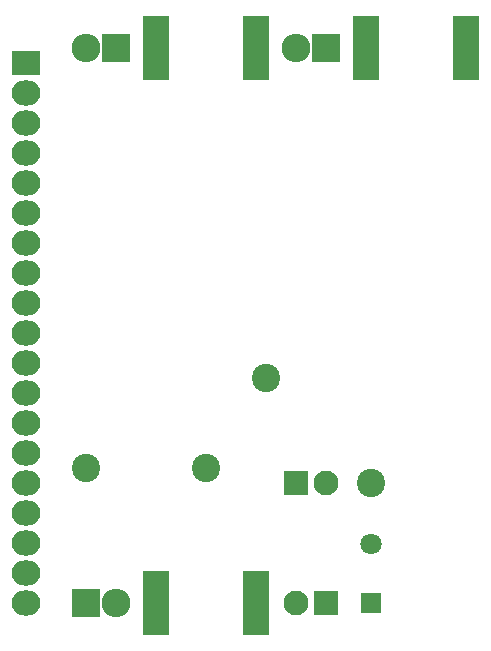
<source format=gbs>
G04 #@! TF.FileFunction,Soldermask,Bot*
%FSLAX46Y46*%
G04 Gerber Fmt 4.6, Leading zero omitted, Abs format (unit mm)*
G04 Created by KiCad (PCBNEW 4.0.4+e1-6308~48~ubuntu16.04.1-stable) date Fri Dec  2 12:05:53 2016*
%MOMM*%
%LPD*%
G01*
G04 APERTURE LIST*
%ADD10C,0.100000*%
%ADD11C,2.400000*%
%ADD12R,2.432000X2.432000*%
%ADD13O,2.432000X2.432000*%
%ADD14R,2.432000X2.127200*%
%ADD15O,2.432000X2.127200*%
%ADD16R,1.800000X1.800000*%
%ADD17C,1.800000*%
%ADD18R,2.178000X5.480000*%
%ADD19C,2.398980*%
%ADD20C,2.099260*%
%ADD21R,2.099260X2.099260*%
G04 APERTURE END LIST*
D10*
D11*
X93980000Y-105410000D03*
X102870000Y-114300000D03*
D12*
X99060000Y-77470000D03*
D13*
X96520000Y-77470000D03*
D12*
X81280000Y-77470000D03*
D13*
X78740000Y-77470000D03*
D12*
X78740000Y-124460000D03*
D13*
X81280000Y-124460000D03*
D14*
X73660000Y-78740000D03*
D15*
X73660000Y-81280000D03*
X73660000Y-83820000D03*
X73660000Y-86360000D03*
X73660000Y-88900000D03*
X73660000Y-91440000D03*
X73660000Y-93980000D03*
X73660000Y-96520000D03*
X73660000Y-99060000D03*
X73660000Y-101600000D03*
X73660000Y-104140000D03*
X73660000Y-106680000D03*
X73660000Y-109220000D03*
X73660000Y-111760000D03*
X73660000Y-114300000D03*
X73660000Y-116840000D03*
X73660000Y-119380000D03*
X73660000Y-121920000D03*
X73660000Y-124460000D03*
D16*
X102870000Y-124460000D03*
D17*
X102870000Y-119460000D03*
D18*
X110934500Y-77470000D03*
X102425500Y-77470000D03*
X93154500Y-77470000D03*
X84645500Y-77470000D03*
X84645500Y-124460000D03*
X93154500Y-124460000D03*
D19*
X78740000Y-113030000D03*
X88900000Y-113030000D03*
D20*
X99057460Y-114299480D03*
D21*
X99057460Y-124459480D03*
D20*
X96522540Y-124460520D03*
D21*
X96522540Y-114300520D03*
M02*

</source>
